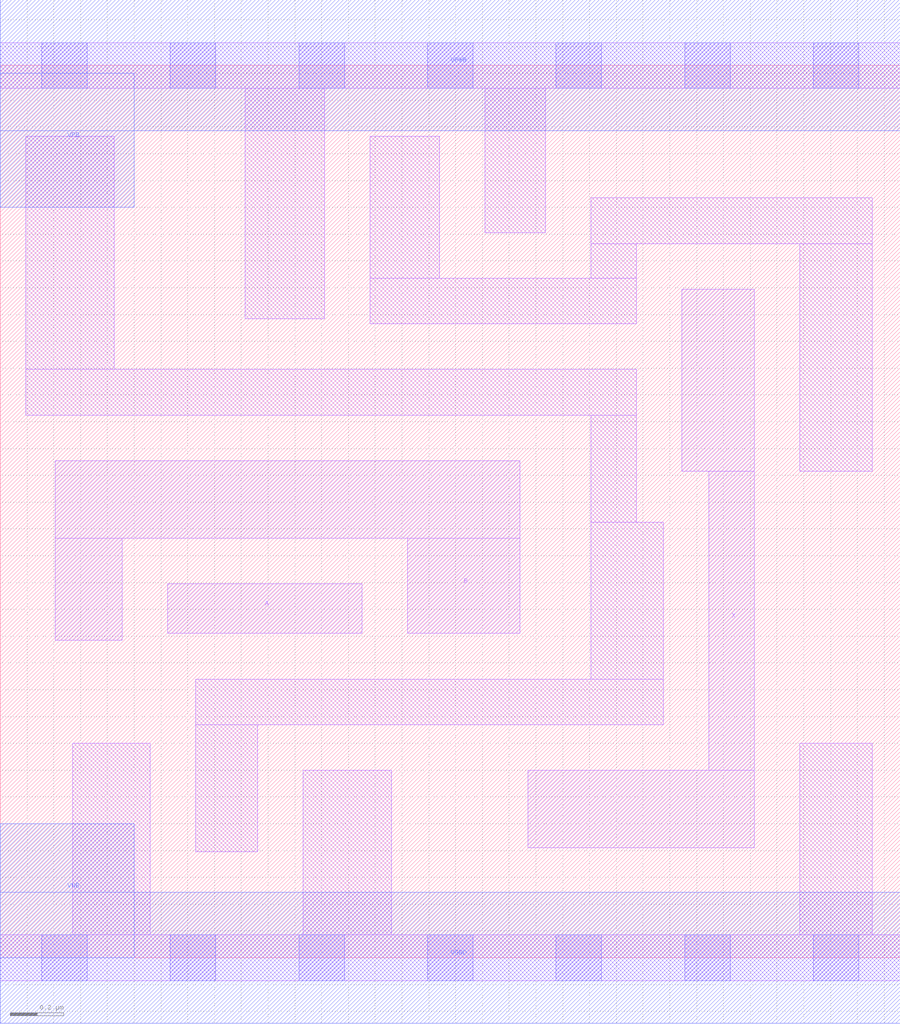
<source format=lef>
# Copyright 2020 The SkyWater PDK Authors
#
# Licensed under the Apache License, Version 2.0 (the "License");
# you may not use this file except in compliance with the License.
# You may obtain a copy of the License at
#
#     https://www.apache.org/licenses/LICENSE-2.0
#
# Unless required by applicable law or agreed to in writing, software
# distributed under the License is distributed on an "AS IS" BASIS,
# WITHOUT WARRANTIES OR CONDITIONS OF ANY KIND, either express or implied.
# See the License for the specific language governing permissions and
# limitations under the License.
#
# SPDX-License-Identifier: Apache-2.0

VERSION 5.5 ;
NAMESCASESENSITIVE ON ;
BUSBITCHARS "[]" ;
DIVIDERCHAR "/" ;
MACRO sky130_fd_sc_lp__xor2_0
  CLASS CORE ;
  SOURCE USER ;
  ORIGIN  0.000000  0.000000 ;
  SIZE  3.360000 BY  3.330000 ;
  SYMMETRY X Y R90 ;
  SITE unit ;
  PIN A
    ANTENNAGATEAREA  0.318000 ;
    DIRECTION INPUT ;
    USE SIGNAL ;
    PORT
      LAYER li1 ;
        RECT 0.625000 1.210000 1.350000 1.395000 ;
    END
  END A
  PIN B
    ANTENNAGATEAREA  0.318000 ;
    DIRECTION INPUT ;
    USE SIGNAL ;
    PORT
      LAYER li1 ;
        RECT 0.205000 1.185000 0.455000 1.565000 ;
        RECT 0.205000 1.565000 1.940000 1.855000 ;
        RECT 1.520000 1.210000 1.940000 1.565000 ;
    END
  END B
  PIN X
    ANTENNADIFFAREA  0.516100 ;
    DIRECTION OUTPUT ;
    USE SIGNAL ;
    PORT
      LAYER li1 ;
        RECT 1.970000 0.410000 2.815000 0.700000 ;
        RECT 2.545000 1.815000 2.815000 2.495000 ;
        RECT 2.645000 0.700000 2.815000 1.815000 ;
    END
  END X
  PIN VGND
    DIRECTION INOUT ;
    USE GROUND ;
    PORT
      LAYER met1 ;
        RECT 0.000000 -0.245000 3.360000 0.245000 ;
    END
  END VGND
  PIN VNB
    DIRECTION INOUT ;
    USE GROUND ;
    PORT
      LAYER met1 ;
        RECT 0.000000 0.000000 0.500000 0.500000 ;
    END
  END VNB
  PIN VPB
    DIRECTION INOUT ;
    USE POWER ;
    PORT
      LAYER met1 ;
        RECT 0.000000 2.800000 0.500000 3.300000 ;
    END
  END VPB
  PIN VPWR
    DIRECTION INOUT ;
    USE POWER ;
    PORT
      LAYER met1 ;
        RECT 0.000000 3.085000 3.360000 3.575000 ;
    END
  END VPWR
  OBS
    LAYER li1 ;
      RECT 0.000000 -0.085000 3.360000 0.085000 ;
      RECT 0.000000  3.245000 3.360000 3.415000 ;
      RECT 0.095000  2.025000 2.375000 2.195000 ;
      RECT 0.095000  2.195000 0.425000 3.065000 ;
      RECT 0.270000  0.085000 0.560000 0.800000 ;
      RECT 0.730000  0.395000 0.960000 0.870000 ;
      RECT 0.730000  0.870000 2.475000 1.040000 ;
      RECT 0.915000  2.385000 1.210000 3.245000 ;
      RECT 1.130000  0.085000 1.460000 0.700000 ;
      RECT 1.380000  2.365000 2.375000 2.535000 ;
      RECT 1.380000  2.535000 1.640000 3.065000 ;
      RECT 1.810000  2.705000 2.035000 3.245000 ;
      RECT 2.205000  1.040000 2.475000 1.625000 ;
      RECT 2.205000  1.625000 2.375000 2.025000 ;
      RECT 2.205000  2.535000 2.375000 2.665000 ;
      RECT 2.205000  2.665000 3.255000 2.835000 ;
      RECT 2.985000  0.085000 3.255000 0.800000 ;
      RECT 2.985000  1.815000 3.255000 2.665000 ;
    LAYER mcon ;
      RECT 0.155000 -0.085000 0.325000 0.085000 ;
      RECT 0.155000  3.245000 0.325000 3.415000 ;
      RECT 0.635000 -0.085000 0.805000 0.085000 ;
      RECT 0.635000  3.245000 0.805000 3.415000 ;
      RECT 1.115000 -0.085000 1.285000 0.085000 ;
      RECT 1.115000  3.245000 1.285000 3.415000 ;
      RECT 1.595000 -0.085000 1.765000 0.085000 ;
      RECT 1.595000  3.245000 1.765000 3.415000 ;
      RECT 2.075000 -0.085000 2.245000 0.085000 ;
      RECT 2.075000  3.245000 2.245000 3.415000 ;
      RECT 2.555000 -0.085000 2.725000 0.085000 ;
      RECT 2.555000  3.245000 2.725000 3.415000 ;
      RECT 3.035000 -0.085000 3.205000 0.085000 ;
      RECT 3.035000  3.245000 3.205000 3.415000 ;
  END
END sky130_fd_sc_lp__xor2_0
END LIBRARY

</source>
